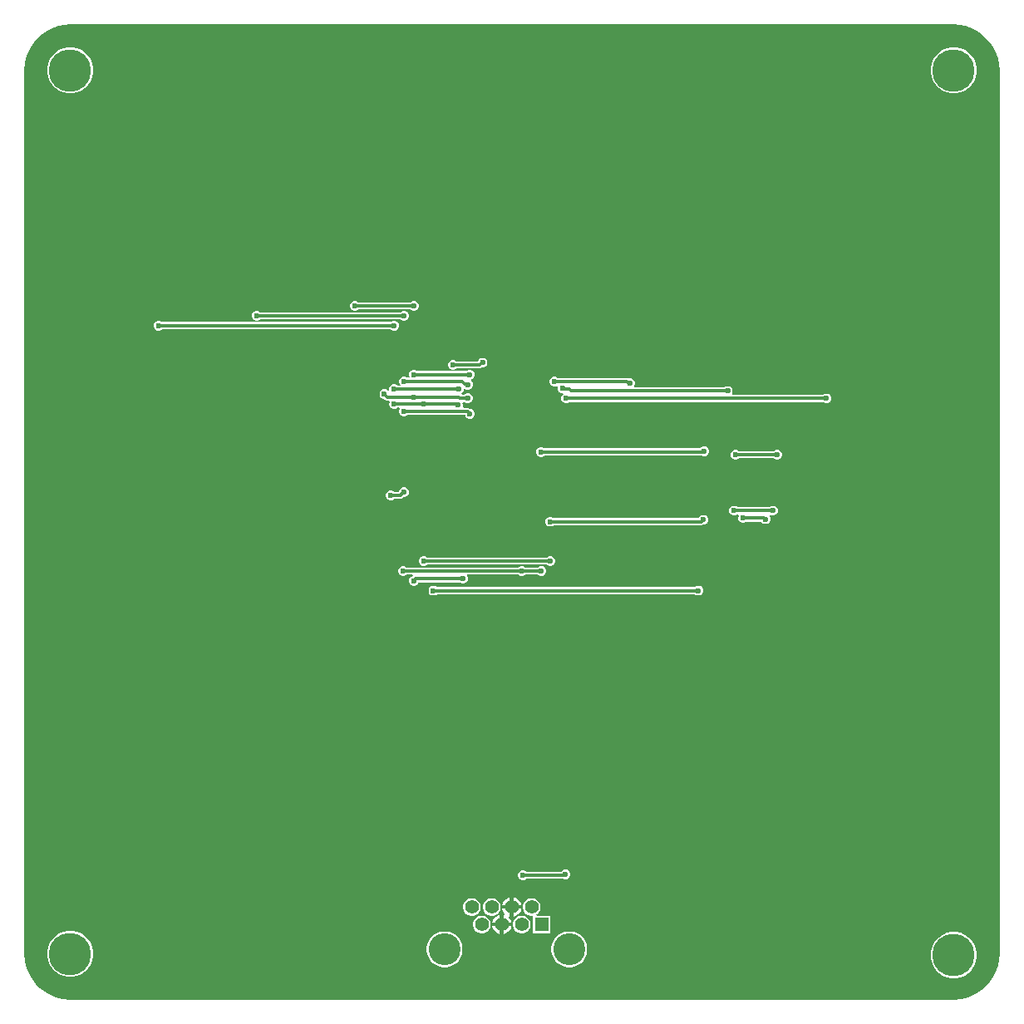
<source format=gbl>
G04*
G04 #@! TF.GenerationSoftware,Altium Limited,Altium Designer,23.7.1 (13)*
G04*
G04 Layer_Physical_Order=2*
G04 Layer_Color=16711680*
%FSLAX44Y44*%
%MOMM*%
G71*
G04*
G04 #@! TF.SameCoordinates,778E7F24-0D39-4E9A-B56D-B03573EA8545*
G04*
G04*
G04 #@! TF.FilePolarity,Positive*
G04*
G01*
G75*
%ADD36C,3.2500*%
%ADD37R,1.3900X1.3900*%
%ADD38C,1.3900*%
%ADD41C,0.3048*%
%ADD44C,0.6000*%
%ADD45C,4.3180*%
G36*
X50000Y996666D02*
X950000D01*
X950140Y996694D01*
X956096Y996303D01*
X962088Y995112D01*
X967872Y993148D01*
X973352Y990446D01*
X978431Y987052D01*
X983024Y983024D01*
X987052Y978431D01*
X990446Y973352D01*
X993148Y967872D01*
X995112Y962088D01*
X996303Y956096D01*
X996694Y950140D01*
X996666Y950000D01*
X996666Y50000D01*
X996694Y49860D01*
X996303Y43904D01*
X995112Y37912D01*
X993148Y32127D01*
X990446Y26648D01*
X987052Y21569D01*
X983024Y16976D01*
X978431Y12948D01*
X973352Y9554D01*
X967872Y6852D01*
X962088Y4888D01*
X956096Y3697D01*
X950140Y3306D01*
X950000Y3334D01*
X50000D01*
X49860Y3306D01*
X43904Y3697D01*
X37912Y4888D01*
X32128Y6852D01*
X26648Y9554D01*
X21569Y12948D01*
X16976Y16976D01*
X12948Y21569D01*
X9554Y26648D01*
X6852Y32127D01*
X4888Y37912D01*
X3697Y43904D01*
X3380Y48739D01*
X3334Y50000D01*
X3334Y50000D01*
X3334Y51252D01*
Y950000D01*
X3306Y950140D01*
X3697Y956096D01*
X4888Y962088D01*
X6852Y967872D01*
X9554Y973352D01*
X12948Y978431D01*
X16976Y983024D01*
X21569Y987052D01*
X26648Y990446D01*
X32127Y993148D01*
X37912Y995112D01*
X43904Y996303D01*
X49860Y996694D01*
X50000Y996666D01*
D02*
G37*
%LPC*%
G36*
X952323Y973590D02*
X947677D01*
X943119Y972683D01*
X938826Y970905D01*
X934962Y968324D01*
X931676Y965038D01*
X929095Y961174D01*
X927317Y956881D01*
X926410Y952323D01*
Y947677D01*
X927317Y943119D01*
X929095Y938826D01*
X931676Y934962D01*
X934962Y931676D01*
X938826Y929095D01*
X943119Y927317D01*
X947677Y926410D01*
X952323D01*
X956881Y927317D01*
X961174Y929095D01*
X965038Y931676D01*
X968324Y934962D01*
X970905Y938826D01*
X972683Y943119D01*
X973590Y947677D01*
Y952323D01*
X972683Y956881D01*
X970905Y961174D01*
X968324Y965038D01*
X965038Y968324D01*
X961174Y970905D01*
X956881Y972683D01*
X952323Y973590D01*
D02*
G37*
G36*
X52323D02*
X47677D01*
X43119Y972683D01*
X38826Y970905D01*
X34962Y968324D01*
X31676Y965038D01*
X29095Y961174D01*
X27317Y956881D01*
X26410Y952323D01*
Y947677D01*
X27317Y943119D01*
X29095Y938826D01*
X31676Y934962D01*
X34962Y931676D01*
X38826Y929095D01*
X43119Y927317D01*
X47677Y926410D01*
X52323D01*
X56881Y927317D01*
X61174Y929095D01*
X65038Y931676D01*
X68324Y934962D01*
X70905Y938826D01*
X72683Y943119D01*
X73590Y947677D01*
Y952323D01*
X72683Y956881D01*
X70905Y961174D01*
X68324Y965038D01*
X65038Y968324D01*
X61174Y970905D01*
X56881Y972683D01*
X52323Y973590D01*
D02*
G37*
G36*
X400994Y715000D02*
X399005D01*
X397168Y714239D01*
X396522Y713593D01*
X343478D01*
X342832Y714239D01*
X340995Y715000D01*
X339005D01*
X337168Y714239D01*
X335761Y712832D01*
X335000Y710995D01*
Y709005D01*
X335761Y707168D01*
X337168Y705761D01*
X339005Y705000D01*
X340995D01*
X342832Y705761D01*
X343478Y706407D01*
X396522D01*
X397168Y705761D01*
X399005Y705000D01*
X400994D01*
X402832Y705761D01*
X404239Y707168D01*
X405000Y709005D01*
Y710995D01*
X404239Y712832D01*
X402832Y714239D01*
X400994Y715000D01*
D02*
G37*
G36*
X390995Y705000D02*
X389005D01*
X387168Y704239D01*
X386522Y703593D01*
X243478D01*
X242832Y704239D01*
X240995Y705000D01*
X239005D01*
X237168Y704239D01*
X235761Y702832D01*
X235000Y700995D01*
Y699005D01*
X235761Y697168D01*
X237168Y695761D01*
X239005Y695000D01*
X240995D01*
X242832Y695761D01*
X243478Y696407D01*
X386522D01*
X387168Y695761D01*
X389005Y695000D01*
X390995D01*
X392832Y695761D01*
X394239Y697168D01*
X395000Y699005D01*
Y700995D01*
X394239Y702832D01*
X392832Y704239D01*
X390995Y705000D01*
D02*
G37*
G36*
X380995Y695000D02*
X379005D01*
X377168Y694239D01*
X376522Y693593D01*
X143478D01*
X142832Y694239D01*
X140995Y695000D01*
X139005D01*
X137168Y694239D01*
X135761Y692832D01*
X135000Y690995D01*
Y689005D01*
X135761Y687168D01*
X137168Y685761D01*
X139005Y685000D01*
X140995D01*
X142832Y685761D01*
X143478Y686407D01*
X376522D01*
X377168Y685761D01*
X379005Y685000D01*
X380995D01*
X382832Y685761D01*
X384239Y687168D01*
X385000Y689005D01*
Y690995D01*
X384239Y692832D01*
X382832Y694239D01*
X380995Y695000D01*
D02*
G37*
G36*
X470995Y657000D02*
X469005D01*
X467168Y656239D01*
X465761Y654832D01*
X465248Y653593D01*
X443478D01*
X442832Y654239D01*
X440995Y655000D01*
X439005D01*
X437168Y654239D01*
X435761Y652832D01*
X435000Y650995D01*
Y649005D01*
X435761Y647168D01*
X437168Y645761D01*
X439005Y645000D01*
X440995D01*
X442832Y645761D01*
X443478Y646407D01*
X467201D01*
X468576Y646681D01*
X469054Y647000D01*
X470995D01*
X472832Y647761D01*
X474239Y649168D01*
X475000Y651005D01*
Y652995D01*
X474239Y654832D01*
X472832Y656239D01*
X470995Y657000D01*
D02*
G37*
G36*
X457800Y645000D02*
X455811D01*
X453973Y644239D01*
X453327Y643593D01*
X403478D01*
X402832Y644239D01*
X400994Y645000D01*
X399005D01*
X397168Y644239D01*
X395761Y642832D01*
X395000Y640995D01*
Y639005D01*
X395460Y637896D01*
X394817Y636870D01*
X393497Y636776D01*
X393017Y637256D01*
X391179Y638017D01*
X389190D01*
X387352Y637256D01*
X385946Y635849D01*
X385185Y634012D01*
Y632023D01*
X385946Y630185D01*
X386268Y629863D01*
X385742Y628593D01*
X383478D01*
X382832Y629239D01*
X380995Y630000D01*
X379005D01*
X377168Y629239D01*
X375761Y627832D01*
X375000Y625995D01*
Y624005D01*
X375098Y623769D01*
X374021Y623050D01*
X372832Y624239D01*
X370995Y625000D01*
X369005D01*
X367168Y624239D01*
X365761Y622832D01*
X365000Y620995D01*
Y619005D01*
X365761Y617168D01*
X367168Y615761D01*
X369005Y615000D01*
X369919D01*
X370709Y614209D01*
X371875Y613430D01*
X373250Y613157D01*
X374521D01*
X375370Y611887D01*
X375000Y610995D01*
Y609005D01*
X375761Y607168D01*
X377168Y605761D01*
X379005Y605000D01*
X380995D01*
X382832Y605761D01*
X383370Y606299D01*
X385200D01*
X385690Y605029D01*
X385000Y603363D01*
Y601374D01*
X385761Y599536D01*
X387168Y598130D01*
X389005Y597369D01*
X390995D01*
X392832Y598130D01*
X393478Y598776D01*
X452263D01*
X452929Y597168D01*
X454335Y595761D01*
X456173Y595000D01*
X458162D01*
X460000Y595761D01*
X461407Y597168D01*
X462168Y599005D01*
Y600995D01*
X461407Y602832D01*
X460000Y604239D01*
X458162Y605000D01*
X457204D01*
X456174Y605688D01*
X454799Y605962D01*
X450573D01*
X449724Y607232D01*
X450000Y607898D01*
Y609887D01*
X449594Y610868D01*
X450325Y611963D01*
X451619Y612041D01*
X452168Y611493D01*
X454005Y610732D01*
X455995D01*
X457832Y611493D01*
X459239Y612899D01*
X460000Y614737D01*
Y616726D01*
X459239Y618564D01*
X457832Y619970D01*
X455995Y620731D01*
X454005D01*
X452168Y619970D01*
X451522Y619324D01*
X449347D01*
X449096Y619605D01*
X448593Y620761D01*
X450000Y622168D01*
X450761Y624005D01*
Y625230D01*
X452031Y625756D01*
X452168Y625620D01*
X454005Y624859D01*
X455995D01*
X457832Y625620D01*
X459239Y627026D01*
X460000Y628864D01*
Y630853D01*
X459239Y632691D01*
X458103Y633827D01*
X458234Y634963D01*
X458358Y635231D01*
X459638Y635761D01*
X461044Y637168D01*
X461805Y639005D01*
Y640995D01*
X461044Y642832D01*
X459638Y644239D01*
X457800Y645000D01*
D02*
G37*
G36*
X544270Y638017D02*
X542281D01*
X540443Y637256D01*
X539037Y635849D01*
X538276Y634012D01*
Y632023D01*
X539037Y630185D01*
X540443Y628778D01*
X542281Y628017D01*
X544270D01*
X545577Y628558D01*
X546549Y627586D01*
X546301Y626989D01*
Y625000D01*
X547062Y623162D01*
X548469Y621756D01*
X550307Y620995D01*
X551879D01*
X551954Y620874D01*
X552269Y619725D01*
X551108Y618564D01*
X550347Y616726D01*
Y614737D01*
X551108Y612899D01*
X552514Y611493D01*
X554352Y610732D01*
X556341D01*
X558179Y611493D01*
X558773Y612087D01*
X816767D01*
X817464Y611389D01*
X819302Y610628D01*
X821291D01*
X823129Y611389D01*
X824535Y612796D01*
X825296Y614633D01*
Y616623D01*
X824535Y618460D01*
X823129Y619867D01*
X821291Y620628D01*
X819302D01*
X817464Y619867D01*
X816870Y619273D01*
X724503D01*
X724041Y620543D01*
X724750Y622255D01*
Y624245D01*
X723989Y626082D01*
X722582Y627489D01*
X720745Y628250D01*
X718755D01*
X716918Y627489D01*
X716296Y626867D01*
X624603D01*
X624117Y628040D01*
X624239Y628162D01*
X625000Y630000D01*
Y631989D01*
X624239Y633827D01*
X622832Y635233D01*
X620995Y635995D01*
X619066D01*
X618554Y636337D01*
X617179Y636610D01*
X546754D01*
X546108Y637256D01*
X544270Y638017D01*
D02*
G37*
G36*
X696989Y567000D02*
X695000D01*
X693162Y566239D01*
X691767Y564843D01*
X533204D01*
X532558Y565489D01*
X530721Y566250D01*
X528731D01*
X526894Y565489D01*
X525487Y564082D01*
X524726Y562244D01*
Y560255D01*
X525487Y558418D01*
X526894Y557011D01*
X528731Y556250D01*
X530721D01*
X532558Y557011D01*
X533204Y557657D01*
X693414D01*
X695000Y557000D01*
X696989D01*
X698827Y557761D01*
X700233Y559168D01*
X700994Y561006D01*
Y562995D01*
X700233Y564832D01*
X698827Y566239D01*
X696989Y567000D01*
D02*
G37*
G36*
X770995Y563418D02*
X769005D01*
X767168Y562657D01*
X766522Y562011D01*
X731014D01*
X730642Y562383D01*
X728804Y563144D01*
X726815D01*
X724978Y562383D01*
X723571Y560976D01*
X722810Y559138D01*
Y557149D01*
X723571Y555311D01*
X724978Y553905D01*
X726815Y553144D01*
X728804D01*
X730642Y553905D01*
X731562Y554825D01*
X766522D01*
X767168Y554179D01*
X769005Y553418D01*
X770995D01*
X772832Y554179D01*
X774239Y555585D01*
X775000Y557423D01*
Y559412D01*
X774239Y561250D01*
X772832Y562657D01*
X770995Y563418D01*
D02*
G37*
G36*
X390995Y525000D02*
X389005D01*
X387168Y524239D01*
X385761Y522832D01*
X385000Y520995D01*
Y520880D01*
X384713Y520593D01*
X380040D01*
X379394Y521239D01*
X377557Y522000D01*
X375568D01*
X373730Y521239D01*
X372323Y519832D01*
X371562Y517995D01*
Y516006D01*
X372323Y514168D01*
X373730Y512761D01*
X375568Y512000D01*
X377557D01*
X379394Y512761D01*
X380040Y513407D01*
X386201D01*
X387576Y513680D01*
X388742Y514459D01*
X389282Y515000D01*
X390995D01*
X392832Y515761D01*
X394239Y517168D01*
X395000Y519005D01*
Y520995D01*
X394239Y522832D01*
X392832Y524239D01*
X390995Y525000D01*
D02*
G37*
G36*
X766756Y506298D02*
X764767D01*
X762929Y505537D01*
X762283Y504892D01*
X729881D01*
X729236Y505537D01*
X727398Y506298D01*
X725409D01*
X723571Y505537D01*
X722165Y504131D01*
X721403Y502293D01*
Y500304D01*
X722165Y498466D01*
X723571Y497060D01*
X725409Y496298D01*
X727398D01*
X729236Y497060D01*
X729428Y497252D01*
X730124Y497139D01*
X730817Y495801D01*
X730373Y494728D01*
Y492739D01*
X731134Y490901D01*
X732541Y489494D01*
X734378Y488733D01*
X736367D01*
X738205Y489494D01*
X738851Y490140D01*
X754158D01*
X754255Y489906D01*
X755662Y488500D01*
X757500Y487739D01*
X759489D01*
X761326Y488500D01*
X762733Y489906D01*
X763494Y491744D01*
Y493733D01*
X762733Y495571D01*
X762221Y496083D01*
X762929Y497060D01*
X764767Y496298D01*
X766756D01*
X768594Y497060D01*
X770000Y498466D01*
X770761Y500304D01*
Y502293D01*
X770000Y504131D01*
X768594Y505537D01*
X766756Y506298D01*
D02*
G37*
G36*
X695994Y497000D02*
X694005D01*
X692168Y496239D01*
X690761Y494832D01*
X690351Y493843D01*
X542515D01*
X541869Y494489D01*
X540031Y495250D01*
X538042D01*
X536205Y494489D01*
X534798Y493082D01*
X534037Y491245D01*
Y489255D01*
X534798Y487418D01*
X536205Y486011D01*
X538042Y485250D01*
X540031D01*
X541869Y486011D01*
X542515Y486657D01*
X693250D01*
X694625Y486930D01*
X694729Y487000D01*
X695994D01*
X697832Y487761D01*
X699239Y489168D01*
X700000Y491005D01*
Y492995D01*
X699239Y494832D01*
X697832Y496239D01*
X695994Y497000D01*
D02*
G37*
G36*
X540031Y455000D02*
X538042D01*
X536205Y454239D01*
X535559Y453593D01*
X413478D01*
X412832Y454239D01*
X410995Y455000D01*
X409005D01*
X407168Y454239D01*
X405761Y452832D01*
X405000Y450995D01*
Y449005D01*
X405761Y447168D01*
X407168Y445761D01*
X409005Y445000D01*
X410995D01*
X412832Y445761D01*
X413478Y446407D01*
X535559D01*
X536205Y445761D01*
X538042Y445000D01*
X540031D01*
X541869Y445761D01*
X543276Y447168D01*
X544037Y449005D01*
Y450995D01*
X543276Y452832D01*
X541869Y454239D01*
X540031Y455000D01*
D02*
G37*
G36*
X530995Y445000D02*
X529005D01*
X527168Y444239D01*
X526522Y443593D01*
X513478D01*
X512832Y444239D01*
X510995Y445000D01*
X509005D01*
X507168Y444239D01*
X506522Y443593D01*
X392668D01*
X392022Y444239D01*
X390185Y445000D01*
X388195D01*
X386358Y444239D01*
X384951Y442832D01*
X384190Y440995D01*
Y439005D01*
X384951Y437168D01*
X386358Y435761D01*
X388195Y435000D01*
X390185D01*
X392022Y435761D01*
X392668Y436407D01*
X398586D01*
X399193Y435137D01*
X399082Y435000D01*
X399005D01*
X397168Y434239D01*
X395761Y432832D01*
X395000Y430995D01*
Y429005D01*
X395761Y427168D01*
X397168Y425761D01*
X399005Y425000D01*
X400994D01*
X402832Y425761D01*
X404239Y427168D01*
X404752Y428407D01*
X446522D01*
X447168Y427761D01*
X449005Y427000D01*
X450995D01*
X452832Y427761D01*
X454239Y429168D01*
X455000Y431006D01*
Y432995D01*
X454239Y434832D01*
X453934Y435137D01*
X454460Y436407D01*
X506522D01*
X507168Y435761D01*
X509005Y435000D01*
X510995D01*
X512832Y435761D01*
X513478Y436407D01*
X526522D01*
X527168Y435761D01*
X529005Y435000D01*
X530995D01*
X532832Y435761D01*
X534239Y437168D01*
X535000Y439005D01*
Y440995D01*
X534239Y442832D01*
X532832Y444239D01*
X530995Y445000D01*
D02*
G37*
G36*
X690995Y425000D02*
X689005D01*
X687168Y424239D01*
X686522Y423593D01*
X423478D01*
X422832Y424239D01*
X420995Y425000D01*
X419005D01*
X417168Y424239D01*
X415761Y422832D01*
X415000Y420995D01*
Y419005D01*
X415761Y417168D01*
X417168Y415761D01*
X419005Y415000D01*
X420995D01*
X422832Y415761D01*
X423478Y416407D01*
X686522D01*
X687168Y415761D01*
X689005Y415000D01*
X690995D01*
X692832Y415761D01*
X694239Y417168D01*
X695000Y419005D01*
Y420995D01*
X694239Y422832D01*
X692832Y424239D01*
X690995Y425000D01*
D02*
G37*
G36*
X555610Y135995D02*
X553621D01*
X551783Y135233D01*
X550377Y133827D01*
X550280Y133593D01*
X514656D01*
X514011Y134239D01*
X512173Y135000D01*
X510184D01*
X508346Y134239D01*
X506940Y132832D01*
X506178Y130995D01*
Y129005D01*
X506940Y127168D01*
X508346Y125761D01*
X510184Y125000D01*
X512173D01*
X514011Y125761D01*
X514656Y126407D01*
X552625D01*
X553621Y125995D01*
X555610D01*
X557448Y126756D01*
X558854Y128162D01*
X559615Y130000D01*
Y131989D01*
X558854Y133827D01*
X557448Y135233D01*
X555610Y135995D01*
D02*
G37*
G36*
X501840Y107545D02*
Y99780D01*
X509605D01*
X509112Y101621D01*
X507802Y103889D01*
X505949Y105742D01*
X503681Y107052D01*
X501840Y107545D01*
D02*
G37*
G36*
X497840D02*
X495999Y107052D01*
X493731Y105742D01*
X491878Y103889D01*
X490568Y101621D01*
X490075Y99780D01*
X497840D01*
Y107545D01*
D02*
G37*
G36*
Y95780D02*
X490075D01*
X490568Y93939D01*
X491878Y91671D01*
X492757Y90791D01*
X492100Y89653D01*
X491680Y89765D01*
Y82000D01*
X499445D01*
X498952Y83841D01*
X497642Y86109D01*
X496763Y86989D01*
X497420Y88127D01*
X497840Y88015D01*
Y95780D01*
D02*
G37*
G36*
X480698Y106730D02*
X478342D01*
X476065Y106120D01*
X474025Y104942D01*
X472358Y103275D01*
X471180Y101235D01*
X470570Y98958D01*
Y96602D01*
X471180Y94325D01*
X472358Y92285D01*
X474025Y90618D01*
X476065Y89440D01*
X478342Y88830D01*
X480698D01*
X482975Y89440D01*
X485015Y90618D01*
X486682Y92285D01*
X487860Y94325D01*
X488470Y96602D01*
Y98958D01*
X487860Y101235D01*
X486682Y103275D01*
X485015Y104942D01*
X482975Y106120D01*
X480698Y106730D01*
D02*
G37*
G36*
X460378D02*
X458022D01*
X455745Y106120D01*
X453705Y104942D01*
X452038Y103275D01*
X450860Y101235D01*
X450250Y98958D01*
Y96602D01*
X450860Y94325D01*
X452038Y92285D01*
X453705Y90618D01*
X455745Y89440D01*
X458022Y88830D01*
X460378D01*
X462655Y89440D01*
X464695Y90618D01*
X466362Y92285D01*
X467540Y94325D01*
X468150Y96602D01*
Y98958D01*
X467540Y101235D01*
X466362Y103275D01*
X464695Y104942D01*
X462655Y106120D01*
X460378Y106730D01*
D02*
G37*
G36*
X509605Y95780D02*
X501840D01*
Y88015D01*
X503681Y88508D01*
X505949Y89818D01*
X507802Y91671D01*
X509112Y93939D01*
X509605Y95780D01*
D02*
G37*
G36*
X487680Y89765D02*
X485839Y89272D01*
X483571Y87962D01*
X481718Y86109D01*
X480408Y83841D01*
X479915Y82000D01*
X487680D01*
Y89765D01*
D02*
G37*
G36*
X521338Y106730D02*
X518982D01*
X516705Y106120D01*
X514665Y104942D01*
X512998Y103275D01*
X511820Y101235D01*
X511210Y98958D01*
Y96602D01*
X511820Y94325D01*
X512998Y92285D01*
X514665Y90618D01*
X516705Y89440D01*
X518982Y88830D01*
X520566D01*
X521338Y88830D01*
X521370Y88806D01*
X521370Y87821D01*
Y71050D01*
X539270D01*
Y88950D01*
X525306D01*
X524966Y90220D01*
X525655Y90618D01*
X527322Y92285D01*
X528500Y94325D01*
X529110Y96602D01*
Y98958D01*
X528500Y101235D01*
X527322Y103275D01*
X525655Y104942D01*
X523615Y106120D01*
X521338Y106730D01*
D02*
G37*
G36*
X511178Y88950D02*
X508822D01*
X506545Y88340D01*
X504505Y87162D01*
X502838Y85495D01*
X501660Y83455D01*
X501050Y81178D01*
Y78822D01*
X501660Y76545D01*
X502838Y74505D01*
X504505Y72838D01*
X506545Y71660D01*
X508822Y71050D01*
X511178D01*
X513455Y71660D01*
X515495Y72838D01*
X517162Y74505D01*
X518340Y76545D01*
X518950Y78822D01*
Y81178D01*
X518340Y83455D01*
X517162Y85495D01*
X515495Y87162D01*
X513455Y88340D01*
X511178Y88950D01*
D02*
G37*
G36*
X470538D02*
X468182D01*
X465905Y88340D01*
X463865Y87162D01*
X462198Y85495D01*
X461020Y83455D01*
X460410Y81178D01*
Y78822D01*
X461020Y76545D01*
X462198Y74505D01*
X463865Y72838D01*
X465905Y71660D01*
X468182Y71050D01*
X470538D01*
X472815Y71660D01*
X474855Y72838D01*
X476522Y74505D01*
X477700Y76545D01*
X478310Y78822D01*
Y81178D01*
X477700Y83455D01*
X476522Y85495D01*
X474855Y87162D01*
X472815Y88340D01*
X470538Y88950D01*
D02*
G37*
G36*
X499445Y78000D02*
X491680D01*
Y70235D01*
X493521Y70728D01*
X495789Y72038D01*
X497642Y73891D01*
X498952Y76159D01*
X499445Y78000D01*
D02*
G37*
G36*
X487680D02*
X479915D01*
X480408Y76159D01*
X481718Y73891D01*
X483571Y72038D01*
X485839Y70728D01*
X487680Y70235D01*
Y78000D01*
D02*
G37*
G36*
X560057Y72850D02*
X556463D01*
X552937Y72149D01*
X549615Y70773D01*
X546626Y68776D01*
X544084Y66234D01*
X542087Y63245D01*
X540711Y59923D01*
X540010Y56398D01*
Y52803D01*
X540711Y49277D01*
X542087Y45955D01*
X544084Y42966D01*
X546626Y40424D01*
X549615Y38427D01*
X552937Y37051D01*
X556463Y36350D01*
X560057D01*
X563583Y37051D01*
X566905Y38427D01*
X569894Y40424D01*
X572436Y42966D01*
X574433Y45955D01*
X575809Y49277D01*
X576510Y52803D01*
Y56398D01*
X575809Y59923D01*
X574433Y63245D01*
X572436Y66234D01*
X569894Y68776D01*
X566905Y70773D01*
X563583Y72149D01*
X560057Y72850D01*
D02*
G37*
G36*
X433058D02*
X429463D01*
X425937Y72149D01*
X422615Y70773D01*
X419626Y68776D01*
X417084Y66234D01*
X415087Y63245D01*
X413711Y59923D01*
X413010Y56398D01*
Y52803D01*
X413711Y49277D01*
X415087Y45955D01*
X417084Y42966D01*
X419626Y40424D01*
X422615Y38427D01*
X425937Y37051D01*
X429463Y36350D01*
X433058D01*
X436583Y37051D01*
X439905Y38427D01*
X442894Y40424D01*
X445436Y42966D01*
X447433Y45955D01*
X448809Y49277D01*
X449510Y52803D01*
Y56398D01*
X448809Y59923D01*
X447433Y63245D01*
X445436Y66234D01*
X442894Y68776D01*
X439905Y70773D01*
X436583Y72149D01*
X433058Y72850D01*
D02*
G37*
G36*
X52323Y73590D02*
X47677D01*
X43119Y72683D01*
X38826Y70905D01*
X34962Y68324D01*
X31676Y65038D01*
X29095Y61174D01*
X27317Y56881D01*
X26410Y52323D01*
Y47677D01*
X27317Y43119D01*
X29095Y38826D01*
X31676Y34962D01*
X34962Y31676D01*
X38826Y29095D01*
X43119Y27317D01*
X47677Y26410D01*
X52323D01*
X56881Y27317D01*
X61174Y29095D01*
X65038Y31676D01*
X68324Y34962D01*
X70905Y38826D01*
X72683Y43119D01*
X73590Y47677D01*
Y52323D01*
X72683Y56881D01*
X70905Y61174D01*
X68324Y65038D01*
X65038Y68324D01*
X61174Y70905D01*
X56881Y72683D01*
X52323Y73590D01*
D02*
G37*
G36*
X952323Y72165D02*
X947677D01*
X943119Y71259D01*
X938826Y69480D01*
X934962Y66899D01*
X931676Y63613D01*
X929095Y59749D01*
X927317Y55456D01*
X926410Y50898D01*
Y46252D01*
X927317Y41694D01*
X929095Y37401D01*
X931676Y33537D01*
X934962Y30252D01*
X938826Y27670D01*
X943119Y25892D01*
X947677Y24985D01*
X952323D01*
X956881Y25892D01*
X961174Y27670D01*
X965038Y30252D01*
X968324Y33537D01*
X970905Y37401D01*
X972683Y41694D01*
X973590Y46252D01*
Y50898D01*
X972683Y55456D01*
X970905Y59749D01*
X968324Y63613D01*
X965038Y66899D01*
X961174Y69480D01*
X956881Y71259D01*
X952323Y72165D01*
D02*
G37*
%LPD*%
D36*
X431260Y54600D02*
D03*
X558260D02*
D03*
D37*
X530320Y80000D02*
D03*
D38*
X520160Y97780D02*
D03*
X510000Y80000D02*
D03*
X499840Y97780D02*
D03*
X489680Y80000D02*
D03*
X479520Y97780D02*
D03*
X469360Y80000D02*
D03*
X459200Y97780D02*
D03*
D41*
X511178Y130000D02*
X552822D01*
X553817Y130995D01*
X554615D01*
X376562Y517000D02*
X386201D01*
X389201Y520000D01*
X390000D01*
X728084Y558418D02*
X770000D01*
X727810Y558144D02*
X728084Y558418D01*
X726403Y501298D02*
X765761D01*
X735373Y493733D02*
X756701D01*
X757695Y492739D01*
X758494D01*
X695430Y561435D02*
X695994Y562000D01*
X693935Y561435D02*
X695430D01*
X693750Y561250D02*
X693935Y561435D01*
X529726Y561250D02*
X693750D01*
X510000Y440000D02*
X530000D01*
X539037Y490250D02*
X693250D01*
X695000Y492000D01*
X381364Y609892D02*
X443202D01*
X410000Y450000D02*
X539037D01*
X389190Y440000D02*
X510000D01*
X551301Y625995D02*
X551866Y625430D01*
X560397Y623274D02*
X719726D01*
X551866Y625430D02*
X558242D01*
X560397Y623274D01*
X555347Y615732D02*
X555398Y615680D01*
X820245D02*
X820296Y615628D01*
X555398Y615680D02*
X820245D01*
X719726Y623274D02*
X719750Y623250D01*
X543276Y633017D02*
X617179D01*
X619201Y630995D02*
X620000D01*
X617179Y633017D02*
X619201Y630995D01*
X440000Y650000D02*
X467201D01*
X469201Y652000D01*
X470000D01*
X451674Y630424D02*
X454435D01*
X455000Y629859D01*
X449080Y633017D02*
X451674Y630424D01*
X390185Y633017D02*
X449080D01*
X400000Y640000D02*
X456805D01*
X446922Y615732D02*
X455000D01*
X373250Y616750D02*
X445904D01*
X446922Y615732D01*
X443202Y609892D02*
X444201Y608893D01*
X381256Y610000D02*
X381364Y609892D01*
X380000Y610000D02*
X381256D01*
X444201Y608893D02*
X445000D01*
X380000Y625000D02*
X445761D01*
X402000Y432000D02*
X450000D01*
X400000Y430000D02*
X402000Y432000D01*
X420000Y420000D02*
X690000D01*
X340000Y710000D02*
X400000D01*
X240000Y700000D02*
X390000D01*
X140000Y690000D02*
X380000D01*
X390000Y602369D02*
X454799D01*
X457168Y600000D01*
X370000Y620000D02*
X373250Y616750D01*
D44*
X889000Y531746D02*
D03*
X888910Y460379D02*
D03*
X603482Y645000D02*
D03*
X859600Y528019D02*
D03*
X554615Y130995D02*
D03*
X511178Y130000D02*
D03*
X479520Y261500D02*
D03*
X376562Y517000D02*
D03*
X780000Y480000D02*
D03*
X727810Y558144D02*
D03*
X765761Y501298D02*
D03*
X758494Y492739D02*
D03*
X735373Y493733D02*
D03*
X726403Y501298D02*
D03*
X770000Y558418D02*
D03*
X449668Y574239D02*
D03*
X695994Y562000D02*
D03*
X529726Y561250D02*
D03*
X530000Y440000D02*
D03*
X695000Y492000D02*
D03*
X539037Y490250D02*
D03*
X650000Y170000D02*
D03*
X410000Y609887D02*
D03*
Y450000D02*
D03*
X539037D02*
D03*
X389190Y440000D02*
D03*
X510000D02*
D03*
X551301Y625995D02*
D03*
X555347Y615732D02*
D03*
X543276Y633017D02*
D03*
X529000Y652000D02*
D03*
X470000D02*
D03*
X455000Y629859D02*
D03*
X456805Y640000D02*
D03*
X455000Y615732D02*
D03*
X445000Y608893D02*
D03*
X445761Y625000D02*
D03*
X400000Y617168D02*
D03*
Y430000D02*
D03*
X450000Y432000D02*
D03*
X690000Y420000D02*
D03*
X420000D02*
D03*
X820296Y615628D02*
D03*
X719750Y623250D02*
D03*
X620000Y630995D02*
D03*
X440000Y650000D02*
D03*
X400000Y640000D02*
D03*
Y710000D02*
D03*
X340000D02*
D03*
X390185Y633017D02*
D03*
X390000Y700000D02*
D03*
X240000D02*
D03*
X380000Y625000D02*
D03*
Y690000D02*
D03*
X140000D02*
D03*
X457168Y600000D02*
D03*
X390000Y602369D02*
D03*
Y520000D02*
D03*
X370000Y620000D02*
D03*
X380000Y610000D02*
D03*
X830020Y730000D02*
D03*
X730000D02*
D03*
X630000D02*
D03*
X529000Y730000D02*
D03*
X430000D02*
D03*
X330000D02*
D03*
X230000D02*
D03*
X130000D02*
D03*
D45*
X950000Y48575D02*
D03*
X50000Y50000D02*
D03*
X950000Y950000D02*
D03*
X50000D02*
D03*
M02*

</source>
